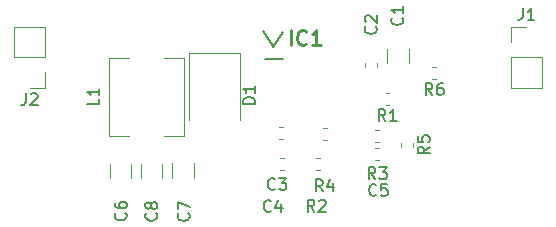
<source format=gbr>
%TF.GenerationSoftware,KiCad,Pcbnew,(5.1.6)-1*%
%TF.CreationDate,2021-05-11T15:15:27+02:00*%
%TF.ProjectId,Buck_Converter,4275636b-5f43-46f6-9e76-65727465722e,rev?*%
%TF.SameCoordinates,Original*%
%TF.FileFunction,Legend,Top*%
%TF.FilePolarity,Positive*%
%FSLAX46Y46*%
G04 Gerber Fmt 4.6, Leading zero omitted, Abs format (unit mm)*
G04 Created by KiCad (PCBNEW (5.1.6)-1) date 2021-05-11 15:15:27*
%MOMM*%
%LPD*%
G01*
G04 APERTURE LIST*
%ADD10C,0.150000*%
%ADD11C,0.120000*%
%ADD12C,0.200000*%
%ADD13C,0.254000*%
G04 APERTURE END LIST*
D10*
X100571419Y-60494942D02*
X101428561Y-61780657D01*
X102285704Y-60542561D02*
X101428561Y-61828276D01*
D11*
%TO.C,C1*%
X112890000Y-63222064D02*
X112890000Y-62017936D01*
X111070000Y-63222064D02*
X111070000Y-62017936D01*
%TO.C,C2*%
X110200000Y-63552779D02*
X110200000Y-63227221D01*
X109180000Y-63552779D02*
X109180000Y-63227221D01*
%TO.C,C3*%
X101945221Y-69598000D02*
X102270779Y-69598000D01*
X101945221Y-68578000D02*
X102270779Y-68578000D01*
%TO.C,C4*%
X102021421Y-71194200D02*
X102346979Y-71194200D01*
X102021421Y-72214200D02*
X102346979Y-72214200D01*
%TO.C,C5*%
X110073221Y-70356000D02*
X110398779Y-70356000D01*
X110073221Y-71376000D02*
X110398779Y-71376000D01*
%TO.C,C6*%
X87594000Y-72926064D02*
X87594000Y-71721936D01*
X89414000Y-72926064D02*
X89414000Y-71721936D01*
%TO.C,C7*%
X94674000Y-72896064D02*
X94674000Y-71691936D01*
X92854000Y-72896064D02*
X92854000Y-71691936D01*
%TO.C,C8*%
X90214000Y-72906064D02*
X90214000Y-71701936D01*
X92034000Y-72906064D02*
X92034000Y-71701936D01*
%TO.C,D1*%
X98566000Y-62354000D02*
X98566000Y-68054000D01*
X94266000Y-62354000D02*
X94266000Y-68054000D01*
X98566000Y-62354000D02*
X94266000Y-62354000D01*
D12*
%TO.C,IC1*%
X100755000Y-62890000D02*
X102280000Y-62890000D01*
D11*
%TO.C,L1*%
X87478000Y-62740000D02*
X89178000Y-62740000D01*
X87478000Y-69340000D02*
X87478000Y-62740000D01*
X89178000Y-69340000D02*
X87478000Y-69340000D01*
X93878000Y-69340000D02*
X92178000Y-69340000D01*
X93878000Y-62740000D02*
X93878000Y-69340000D01*
X92178000Y-62740000D02*
X93878000Y-62740000D01*
%TO.C,R1*%
X111252779Y-65710000D02*
X110927221Y-65710000D01*
X111252779Y-66730000D02*
X110927221Y-66730000D01*
%TO.C,R2*%
X105018621Y-71194200D02*
X105344179Y-71194200D01*
X105018621Y-72214200D02*
X105344179Y-72214200D01*
%TO.C,R3*%
X110398779Y-68832000D02*
X110073221Y-68832000D01*
X110398779Y-69852000D02*
X110073221Y-69852000D01*
%TO.C,R5*%
X113286000Y-69941221D02*
X113286000Y-70266779D01*
X112266000Y-69941221D02*
X112266000Y-70266779D01*
%TO.C,R4*%
X105962779Y-69720000D02*
X105637221Y-69720000D01*
X105962779Y-68700000D02*
X105637221Y-68700000D01*
%TO.C,R6*%
X115224779Y-63498000D02*
X114899221Y-63498000D01*
X115224779Y-64518000D02*
X114899221Y-64518000D01*
%TO.C,J1*%
X121529800Y-65299900D02*
X124189800Y-65299900D01*
X121529800Y-62699900D02*
X121529800Y-65299900D01*
X124189800Y-62699900D02*
X124189800Y-65299900D01*
X121529800Y-62699900D02*
X124189800Y-62699900D01*
X121529800Y-61429900D02*
X121529800Y-60099900D01*
X121529800Y-60099900D02*
X122859800Y-60099900D01*
%TO.C,J2*%
X82127400Y-65299900D02*
X80797400Y-65299900D01*
X82127400Y-63969900D02*
X82127400Y-65299900D01*
X82127400Y-62699900D02*
X79467400Y-62699900D01*
X79467400Y-62699900D02*
X79467400Y-60099900D01*
X82127400Y-62699900D02*
X82127400Y-60099900D01*
X82127400Y-60099900D02*
X79467400Y-60099900D01*
%TO.C,C1*%
D10*
X112320342Y-59348666D02*
X112367961Y-59396285D01*
X112415580Y-59539142D01*
X112415580Y-59634380D01*
X112367961Y-59777238D01*
X112272723Y-59872476D01*
X112177485Y-59920095D01*
X111987009Y-59967714D01*
X111844152Y-59967714D01*
X111653676Y-59920095D01*
X111558438Y-59872476D01*
X111463200Y-59777238D01*
X111415580Y-59634380D01*
X111415580Y-59539142D01*
X111463200Y-59396285D01*
X111510819Y-59348666D01*
X112415580Y-58396285D02*
X112415580Y-58967714D01*
X112415580Y-58682000D02*
X111415580Y-58682000D01*
X111558438Y-58777238D01*
X111653676Y-58872476D01*
X111701295Y-58967714D01*
%TO.C,C2*%
X110085142Y-60097966D02*
X110132761Y-60145585D01*
X110180380Y-60288442D01*
X110180380Y-60383680D01*
X110132761Y-60526538D01*
X110037523Y-60621776D01*
X109942285Y-60669395D01*
X109751809Y-60717014D01*
X109608952Y-60717014D01*
X109418476Y-60669395D01*
X109323238Y-60621776D01*
X109228000Y-60526538D01*
X109180380Y-60383680D01*
X109180380Y-60288442D01*
X109228000Y-60145585D01*
X109275619Y-60097966D01*
X109275619Y-59717014D02*
X109228000Y-59669395D01*
X109180380Y-59574157D01*
X109180380Y-59336061D01*
X109228000Y-59240823D01*
X109275619Y-59193204D01*
X109370857Y-59145585D01*
X109466095Y-59145585D01*
X109608952Y-59193204D01*
X110180380Y-59764633D01*
X110180380Y-59145585D01*
%TO.C,C3*%
X101573033Y-73839342D02*
X101525414Y-73886961D01*
X101382557Y-73934580D01*
X101287319Y-73934580D01*
X101144461Y-73886961D01*
X101049223Y-73791723D01*
X101001604Y-73696485D01*
X100953985Y-73506009D01*
X100953985Y-73363152D01*
X101001604Y-73172676D01*
X101049223Y-73077438D01*
X101144461Y-72982200D01*
X101287319Y-72934580D01*
X101382557Y-72934580D01*
X101525414Y-72982200D01*
X101573033Y-73029819D01*
X101906366Y-72934580D02*
X102525414Y-72934580D01*
X102192080Y-73315533D01*
X102334938Y-73315533D01*
X102430176Y-73363152D01*
X102477795Y-73410771D01*
X102525414Y-73506009D01*
X102525414Y-73744104D01*
X102477795Y-73839342D01*
X102430176Y-73886961D01*
X102334938Y-73934580D01*
X102049223Y-73934580D01*
X101953985Y-73886961D01*
X101906366Y-73839342D01*
%TO.C,C4*%
X101217433Y-75706242D02*
X101169814Y-75753861D01*
X101026957Y-75801480D01*
X100931719Y-75801480D01*
X100788861Y-75753861D01*
X100693623Y-75658623D01*
X100646004Y-75563385D01*
X100598385Y-75372909D01*
X100598385Y-75230052D01*
X100646004Y-75039576D01*
X100693623Y-74944338D01*
X100788861Y-74849100D01*
X100931719Y-74801480D01*
X101026957Y-74801480D01*
X101169814Y-74849100D01*
X101217433Y-74896719D01*
X102074576Y-75134814D02*
X102074576Y-75801480D01*
X101836480Y-74753861D02*
X101598385Y-75468147D01*
X102217433Y-75468147D01*
%TO.C,C5*%
X110145533Y-74334642D02*
X110097914Y-74382261D01*
X109955057Y-74429880D01*
X109859819Y-74429880D01*
X109716961Y-74382261D01*
X109621723Y-74287023D01*
X109574104Y-74191785D01*
X109526485Y-74001309D01*
X109526485Y-73858452D01*
X109574104Y-73667976D01*
X109621723Y-73572738D01*
X109716961Y-73477500D01*
X109859819Y-73429880D01*
X109955057Y-73429880D01*
X110097914Y-73477500D01*
X110145533Y-73525119D01*
X111050295Y-73429880D02*
X110574104Y-73429880D01*
X110526485Y-73906071D01*
X110574104Y-73858452D01*
X110669342Y-73810833D01*
X110907438Y-73810833D01*
X111002676Y-73858452D01*
X111050295Y-73906071D01*
X111097914Y-74001309D01*
X111097914Y-74239404D01*
X111050295Y-74334642D01*
X111002676Y-74382261D01*
X110907438Y-74429880D01*
X110669342Y-74429880D01*
X110574104Y-74382261D01*
X110526485Y-74334642D01*
%TO.C,C6*%
X88901542Y-75884066D02*
X88949161Y-75931685D01*
X88996780Y-76074542D01*
X88996780Y-76169780D01*
X88949161Y-76312638D01*
X88853923Y-76407876D01*
X88758685Y-76455495D01*
X88568209Y-76503114D01*
X88425352Y-76503114D01*
X88234876Y-76455495D01*
X88139638Y-76407876D01*
X88044400Y-76312638D01*
X87996780Y-76169780D01*
X87996780Y-76074542D01*
X88044400Y-75931685D01*
X88092019Y-75884066D01*
X87996780Y-75026923D02*
X87996780Y-75217400D01*
X88044400Y-75312638D01*
X88092019Y-75360257D01*
X88234876Y-75455495D01*
X88425352Y-75503114D01*
X88806304Y-75503114D01*
X88901542Y-75455495D01*
X88949161Y-75407876D01*
X88996780Y-75312638D01*
X88996780Y-75122161D01*
X88949161Y-75026923D01*
X88901542Y-74979304D01*
X88806304Y-74931685D01*
X88568209Y-74931685D01*
X88472971Y-74979304D01*
X88425352Y-75026923D01*
X88377733Y-75122161D01*
X88377733Y-75312638D01*
X88425352Y-75407876D01*
X88472971Y-75455495D01*
X88568209Y-75503114D01*
%TO.C,C7*%
X94235542Y-75922166D02*
X94283161Y-75969785D01*
X94330780Y-76112642D01*
X94330780Y-76207880D01*
X94283161Y-76350738D01*
X94187923Y-76445976D01*
X94092685Y-76493595D01*
X93902209Y-76541214D01*
X93759352Y-76541214D01*
X93568876Y-76493595D01*
X93473638Y-76445976D01*
X93378400Y-76350738D01*
X93330780Y-76207880D01*
X93330780Y-76112642D01*
X93378400Y-75969785D01*
X93426019Y-75922166D01*
X93330780Y-75588833D02*
X93330780Y-74922166D01*
X94330780Y-75350738D01*
%TO.C,C8*%
X91505042Y-75909466D02*
X91552661Y-75957085D01*
X91600280Y-76099942D01*
X91600280Y-76195180D01*
X91552661Y-76338038D01*
X91457423Y-76433276D01*
X91362185Y-76480895D01*
X91171709Y-76528514D01*
X91028852Y-76528514D01*
X90838376Y-76480895D01*
X90743138Y-76433276D01*
X90647900Y-76338038D01*
X90600280Y-76195180D01*
X90600280Y-76099942D01*
X90647900Y-75957085D01*
X90695519Y-75909466D01*
X91028852Y-75338038D02*
X90981233Y-75433276D01*
X90933614Y-75480895D01*
X90838376Y-75528514D01*
X90790757Y-75528514D01*
X90695519Y-75480895D01*
X90647900Y-75433276D01*
X90600280Y-75338038D01*
X90600280Y-75147561D01*
X90647900Y-75052323D01*
X90695519Y-75004704D01*
X90790757Y-74957085D01*
X90838376Y-74957085D01*
X90933614Y-75004704D01*
X90981233Y-75052323D01*
X91028852Y-75147561D01*
X91028852Y-75338038D01*
X91076471Y-75433276D01*
X91124090Y-75480895D01*
X91219328Y-75528514D01*
X91409804Y-75528514D01*
X91505042Y-75480895D01*
X91552661Y-75433276D01*
X91600280Y-75338038D01*
X91600280Y-75147561D01*
X91552661Y-75052323D01*
X91505042Y-75004704D01*
X91409804Y-74957085D01*
X91219328Y-74957085D01*
X91124090Y-75004704D01*
X91076471Y-75052323D01*
X91028852Y-75147561D01*
%TO.C,D1*%
X99868380Y-66642095D02*
X98868380Y-66642095D01*
X98868380Y-66404000D01*
X98916000Y-66261142D01*
X99011238Y-66165904D01*
X99106476Y-66118285D01*
X99296952Y-66070666D01*
X99439809Y-66070666D01*
X99630285Y-66118285D01*
X99725523Y-66165904D01*
X99820761Y-66261142D01*
X99868380Y-66404000D01*
X99868380Y-66642095D01*
X99868380Y-65118285D02*
X99868380Y-65689714D01*
X99868380Y-65404000D02*
X98868380Y-65404000D01*
X99011238Y-65499238D01*
X99106476Y-65594476D01*
X99154095Y-65689714D01*
%TO.C,IC1*%
D13*
X102887538Y-61674223D02*
X102887538Y-60404223D01*
X104218014Y-61553271D02*
X104157538Y-61613747D01*
X103976109Y-61674223D01*
X103855157Y-61674223D01*
X103673728Y-61613747D01*
X103552776Y-61492795D01*
X103492300Y-61371842D01*
X103431823Y-61129938D01*
X103431823Y-60948509D01*
X103492300Y-60706604D01*
X103552776Y-60585652D01*
X103673728Y-60464700D01*
X103855157Y-60404223D01*
X103976109Y-60404223D01*
X104157538Y-60464700D01*
X104218014Y-60525176D01*
X105427538Y-61674223D02*
X104701823Y-61674223D01*
X105064680Y-61674223D02*
X105064680Y-60404223D01*
X104943728Y-60585652D01*
X104822776Y-60706604D01*
X104701823Y-60767080D01*
%TO.C,L1*%
D10*
X86680380Y-66206666D02*
X86680380Y-66682857D01*
X85680380Y-66682857D01*
X86680380Y-65349523D02*
X86680380Y-65920952D01*
X86680380Y-65635238D02*
X85680380Y-65635238D01*
X85823238Y-65730476D01*
X85918476Y-65825714D01*
X85966095Y-65920952D01*
%TO.C,R1*%
X110923333Y-68102380D02*
X110590000Y-67626190D01*
X110351904Y-68102380D02*
X110351904Y-67102380D01*
X110732857Y-67102380D01*
X110828095Y-67150000D01*
X110875714Y-67197619D01*
X110923333Y-67292857D01*
X110923333Y-67435714D01*
X110875714Y-67530952D01*
X110828095Y-67578571D01*
X110732857Y-67626190D01*
X110351904Y-67626190D01*
X111875714Y-68102380D02*
X111304285Y-68102380D01*
X111590000Y-68102380D02*
X111590000Y-67102380D01*
X111494761Y-67245238D01*
X111399523Y-67340476D01*
X111304285Y-67388095D01*
%TO.C,R2*%
X104913133Y-75776080D02*
X104579800Y-75299890D01*
X104341704Y-75776080D02*
X104341704Y-74776080D01*
X104722657Y-74776080D01*
X104817895Y-74823700D01*
X104865514Y-74871319D01*
X104913133Y-74966557D01*
X104913133Y-75109414D01*
X104865514Y-75204652D01*
X104817895Y-75252271D01*
X104722657Y-75299890D01*
X104341704Y-75299890D01*
X105294085Y-74871319D02*
X105341704Y-74823700D01*
X105436942Y-74776080D01*
X105675038Y-74776080D01*
X105770276Y-74823700D01*
X105817895Y-74871319D01*
X105865514Y-74966557D01*
X105865514Y-75061795D01*
X105817895Y-75204652D01*
X105246466Y-75776080D01*
X105865514Y-75776080D01*
%TO.C,R3*%
X110069333Y-73020180D02*
X109736000Y-72543990D01*
X109497904Y-73020180D02*
X109497904Y-72020180D01*
X109878857Y-72020180D01*
X109974095Y-72067800D01*
X110021714Y-72115419D01*
X110069333Y-72210657D01*
X110069333Y-72353514D01*
X110021714Y-72448752D01*
X109974095Y-72496371D01*
X109878857Y-72543990D01*
X109497904Y-72543990D01*
X110402666Y-72020180D02*
X111021714Y-72020180D01*
X110688380Y-72401133D01*
X110831238Y-72401133D01*
X110926476Y-72448752D01*
X110974095Y-72496371D01*
X111021714Y-72591609D01*
X111021714Y-72829704D01*
X110974095Y-72924942D01*
X110926476Y-72972561D01*
X110831238Y-73020180D01*
X110545523Y-73020180D01*
X110450285Y-72972561D01*
X110402666Y-72924942D01*
%TO.C,R5*%
X114658380Y-70270666D02*
X114182190Y-70604000D01*
X114658380Y-70842095D02*
X113658380Y-70842095D01*
X113658380Y-70461142D01*
X113706000Y-70365904D01*
X113753619Y-70318285D01*
X113848857Y-70270666D01*
X113991714Y-70270666D01*
X114086952Y-70318285D01*
X114134571Y-70365904D01*
X114182190Y-70461142D01*
X114182190Y-70842095D01*
X113658380Y-69365904D02*
X113658380Y-69842095D01*
X114134571Y-69889714D01*
X114086952Y-69842095D01*
X114039333Y-69746857D01*
X114039333Y-69508761D01*
X114086952Y-69413523D01*
X114134571Y-69365904D01*
X114229809Y-69318285D01*
X114467904Y-69318285D01*
X114563142Y-69365904D01*
X114610761Y-69413523D01*
X114658380Y-69508761D01*
X114658380Y-69746857D01*
X114610761Y-69842095D01*
X114563142Y-69889714D01*
%TO.C,R4*%
X105598933Y-74048880D02*
X105265600Y-73572690D01*
X105027504Y-74048880D02*
X105027504Y-73048880D01*
X105408457Y-73048880D01*
X105503695Y-73096500D01*
X105551314Y-73144119D01*
X105598933Y-73239357D01*
X105598933Y-73382214D01*
X105551314Y-73477452D01*
X105503695Y-73525071D01*
X105408457Y-73572690D01*
X105027504Y-73572690D01*
X106456076Y-73382214D02*
X106456076Y-74048880D01*
X106217980Y-73001261D02*
X105979885Y-73715547D01*
X106598933Y-73715547D01*
%TO.C,R6*%
X114895333Y-65890380D02*
X114562000Y-65414190D01*
X114323904Y-65890380D02*
X114323904Y-64890380D01*
X114704857Y-64890380D01*
X114800095Y-64938000D01*
X114847714Y-64985619D01*
X114895333Y-65080857D01*
X114895333Y-65223714D01*
X114847714Y-65318952D01*
X114800095Y-65366571D01*
X114704857Y-65414190D01*
X114323904Y-65414190D01*
X115752476Y-64890380D02*
X115562000Y-64890380D01*
X115466761Y-64938000D01*
X115419142Y-64985619D01*
X115323904Y-65128476D01*
X115276285Y-65318952D01*
X115276285Y-65699904D01*
X115323904Y-65795142D01*
X115371523Y-65842761D01*
X115466761Y-65890380D01*
X115657238Y-65890380D01*
X115752476Y-65842761D01*
X115800095Y-65795142D01*
X115847714Y-65699904D01*
X115847714Y-65461809D01*
X115800095Y-65366571D01*
X115752476Y-65318952D01*
X115657238Y-65271333D01*
X115466761Y-65271333D01*
X115371523Y-65318952D01*
X115323904Y-65366571D01*
X115276285Y-65461809D01*
%TO.C,J1*%
X122526466Y-58552280D02*
X122526466Y-59266566D01*
X122478847Y-59409423D01*
X122383609Y-59504661D01*
X122240752Y-59552280D01*
X122145514Y-59552280D01*
X123526466Y-59552280D02*
X122955038Y-59552280D01*
X123240752Y-59552280D02*
X123240752Y-58552280D01*
X123145514Y-58695138D01*
X123050276Y-58790376D01*
X122955038Y-58837995D01*
%TO.C,J2*%
X80464066Y-65752280D02*
X80464066Y-66466566D01*
X80416447Y-66609423D01*
X80321209Y-66704661D01*
X80178352Y-66752280D01*
X80083114Y-66752280D01*
X80892638Y-65847519D02*
X80940257Y-65799900D01*
X81035495Y-65752280D01*
X81273590Y-65752280D01*
X81368828Y-65799900D01*
X81416447Y-65847519D01*
X81464066Y-65942757D01*
X81464066Y-66037995D01*
X81416447Y-66180852D01*
X80845019Y-66752280D01*
X81464066Y-66752280D01*
%TD*%
M02*

</source>
